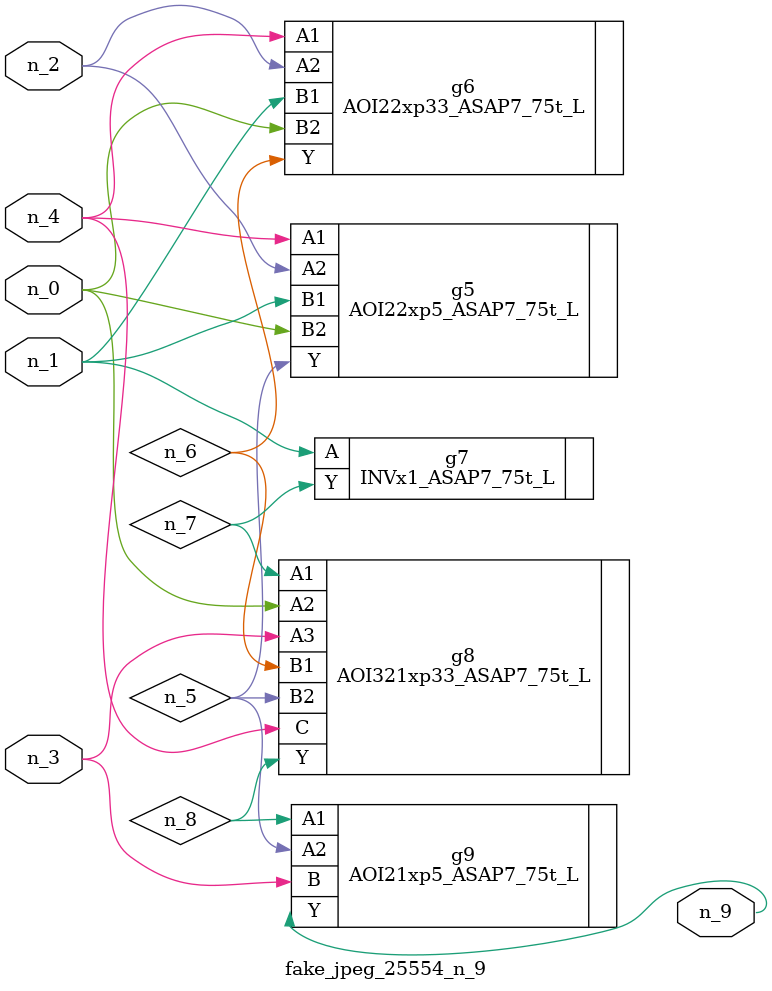
<source format=v>
module fake_jpeg_25554_n_9 (n_3, n_2, n_1, n_0, n_4, n_9);

input n_3;
input n_2;
input n_1;
input n_0;
input n_4;

output n_9;

wire n_8;
wire n_6;
wire n_5;
wire n_7;

AOI22xp5_ASAP7_75t_L g5 ( 
.A1(n_4),
.A2(n_2),
.B1(n_1),
.B2(n_0),
.Y(n_5)
);

AOI22xp33_ASAP7_75t_L g6 ( 
.A1(n_4),
.A2(n_2),
.B1(n_1),
.B2(n_0),
.Y(n_6)
);

INVx1_ASAP7_75t_L g7 ( 
.A(n_1),
.Y(n_7)
);

AOI321xp33_ASAP7_75t_L g8 ( 
.A1(n_7),
.A2(n_0),
.A3(n_3),
.B1(n_6),
.B2(n_5),
.C(n_4),
.Y(n_8)
);

AOI21xp5_ASAP7_75t_L g9 ( 
.A1(n_8),
.A2(n_5),
.B(n_3),
.Y(n_9)
);


endmodule
</source>
